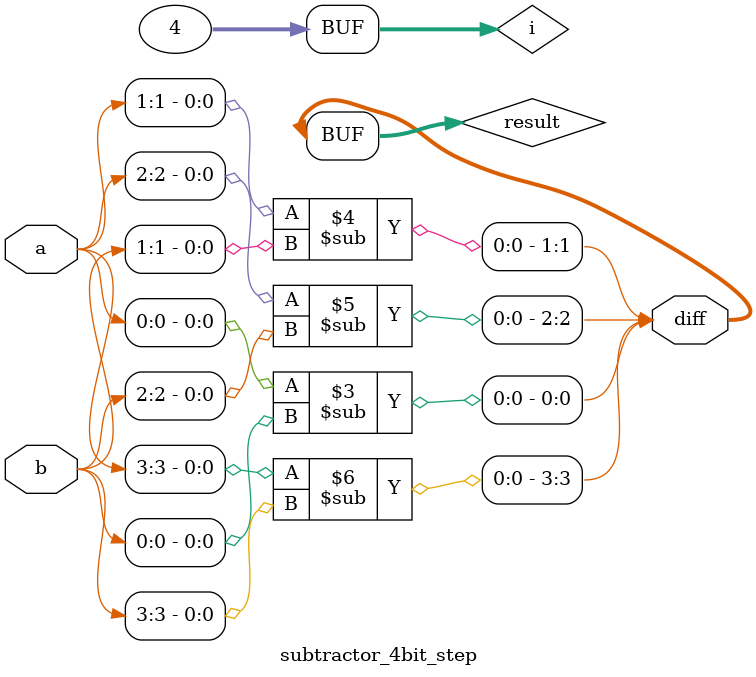
<source format=sv>
module subtractor_4bit_step (
    input [3:0] a, 
    input [3:0] b, 
    output [3:0] diff
);
    integer i;
    reg [3:0] result;
    always @(*) begin
        result = 0;
        for(i = 0; i < 4; i = i + 1) begin
            result[i] = a[i] - b[i];
        end
    end
    assign diff = result;
endmodule

</source>
